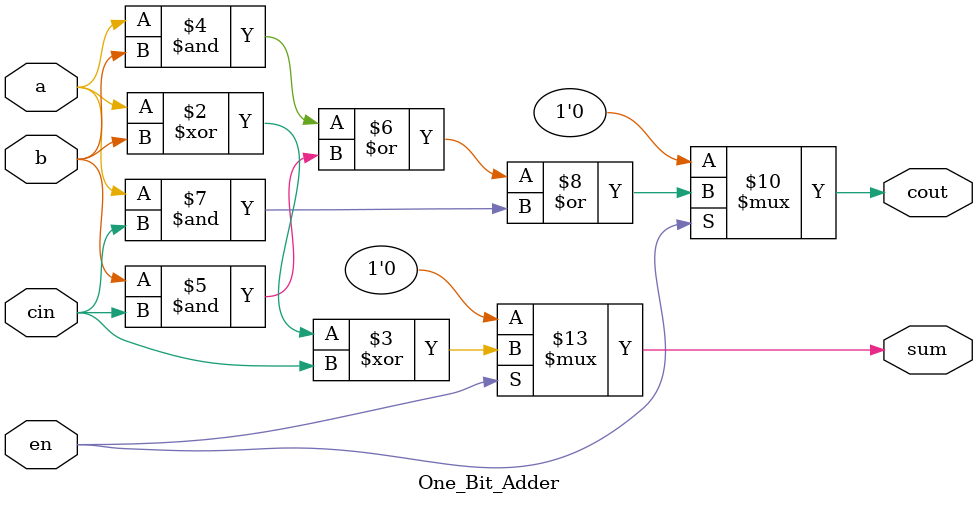
<source format=sv>
`timescale 1ns / 1ps


module One_Bit_Adder(
   input a,
    input b,
    input en,
    input cin,
    output reg sum,
    output reg cout
    );
    
    always@(*) begin
        if (en) begin 
            sum = a ^ b ^ cin; 
            cout = (a & b) | (b & cin) | (a & cin); 
        end
        else begin 
            sum = 0;
            cout = 0; 
        end
    end

endmodule
</source>
